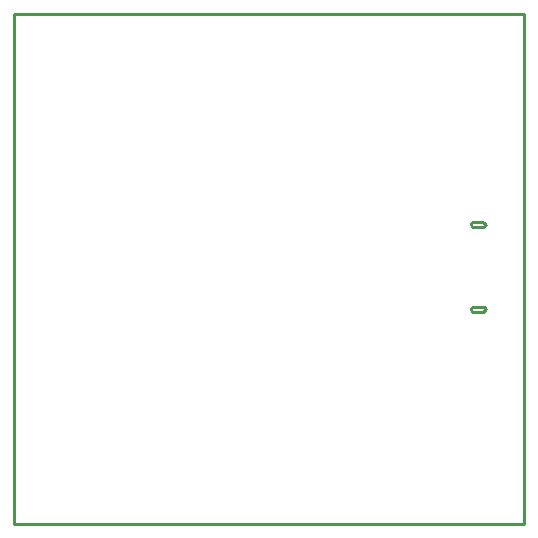
<source format=gm1>
%FSLAX25Y25*%
%MOIN*%
G70*
G01*
G75*
G04 Layer_Color=16711935*
%ADD10R,0.05709X0.04528*%
%ADD11R,0.07480X0.06890*%
%ADD12R,0.05512X0.01575*%
%ADD13R,0.01100X0.05800*%
%ADD14R,0.05800X0.01100*%
%ADD15R,0.03937X0.08661*%
%ADD16R,0.12992X0.08661*%
%ADD17R,0.10000X0.06000*%
%ADD18R,0.03000X0.03000*%
%ADD19R,0.03000X0.03000*%
%ADD20R,0.06000X0.10000*%
%ADD21R,0.05000X0.04000*%
%ADD22C,0.01000*%
%ADD23C,0.02000*%
%ADD24C,0.02500*%
%ADD25C,0.00800*%
%ADD26R,0.20000X0.20000*%
%ADD27C,0.07284*%
%ADD28R,0.07284X0.07284*%
%ADD29O,0.08268X0.04134*%
%ADD30C,0.07000*%
%ADD31R,0.07000X0.07000*%
%ADD32R,0.07000X0.07000*%
%ADD33C,0.04000*%
%ADD34C,0.00984*%
%ADD35C,0.00787*%
%ADD36C,0.00400*%
%ADD37C,0.00600*%
%ADD38C,0.00500*%
%ADD39C,0.01500*%
%ADD40R,0.09962X0.10000*%
%ADD41R,0.10000X0.09962*%
%ADD42R,0.20000X0.20500*%
%ADD43R,0.06509X0.05328*%
%ADD44R,0.08280X0.07690*%
%ADD45R,0.06312X0.02375*%
%ADD46R,0.01900X0.06600*%
%ADD47R,0.06600X0.01900*%
%ADD48R,0.04737X0.09461*%
%ADD49R,0.13792X0.09461*%
%ADD50R,0.10800X0.06800*%
%ADD51R,0.03800X0.03800*%
%ADD52R,0.03800X0.03800*%
%ADD53R,0.06800X0.10800*%
%ADD54R,0.05800X0.04800*%
%ADD55C,0.08083*%
%ADD56R,0.08083X0.08083*%
%ADD57O,0.09068X0.04934*%
%ADD58C,0.07800*%
%ADD59R,0.07800X0.07800*%
%ADD60R,0.07800X0.07800*%
%ADD61C,0.04800*%
D22*
X246200Y160600D02*
X247100Y161500D01*
X247100D02*
X246716Y162128D01*
X246000Y162300D01*
X242700Y162300D02*
X242100Y161700D01*
X242600Y160600D01*
X242100Y189900D02*
X242600Y188800D01*
X242700Y190500D02*
X242100Y189900D01*
X247100Y189700D02*
X246716Y190328D01*
X246000Y190500D01*
X246200Y188800D02*
X247100Y189700D01*
X242700Y162300D02*
X246000D01*
X242600Y160600D02*
X246200D01*
X242600Y188800D02*
X246200D01*
X242700Y190500D02*
X246000D01*
X90000Y90000D02*
X260000D01*
Y260000D01*
X90000D02*
X260000D01*
X90000Y90000D02*
Y260000D01*
M02*

</source>
